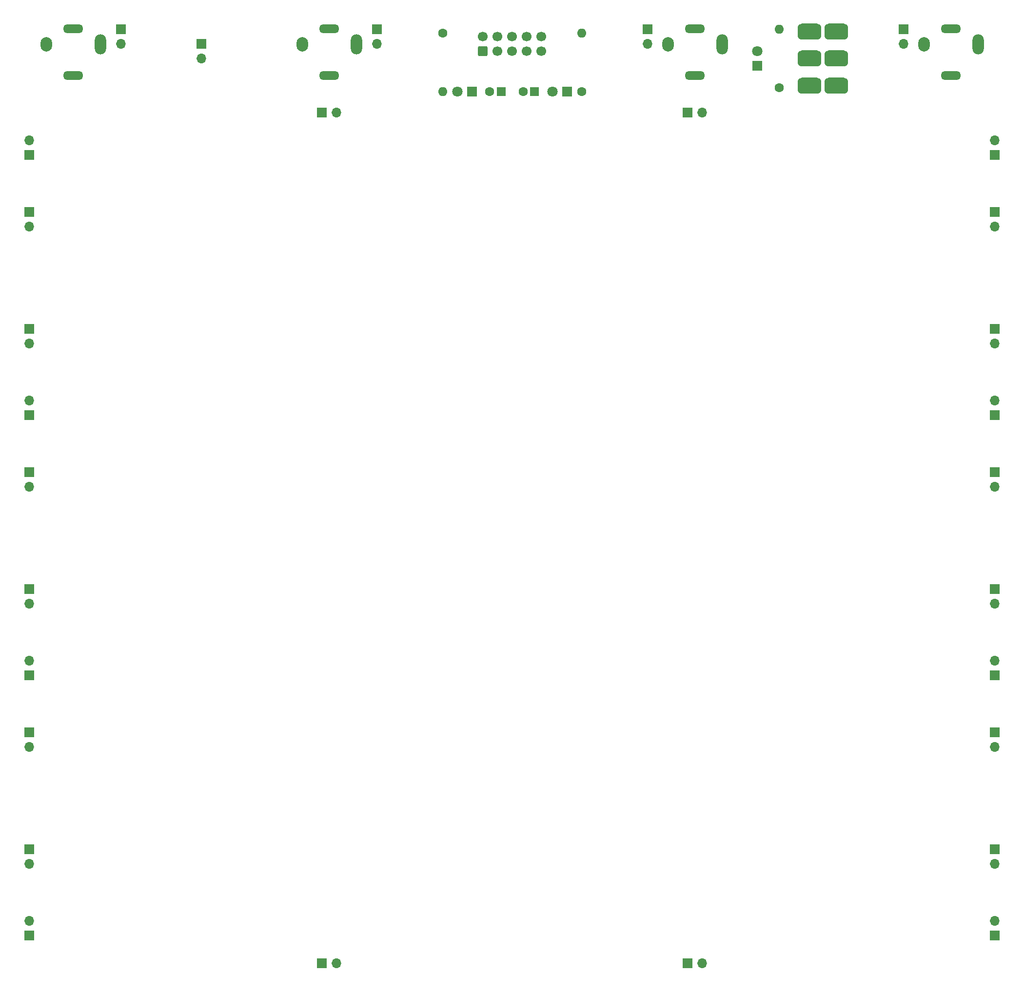
<source format=gbr>
%TF.GenerationSoftware,KiCad,Pcbnew,7.0.10-7.0.10~ubuntu22.04.1*%
%TF.CreationDate,2024-01-14T18:59:59-05:00*%
%TF.ProjectId,euro_3x,6575726f-5f33-4782-9e6b-696361645f70,rev?*%
%TF.SameCoordinates,Original*%
%TF.FileFunction,Soldermask,Top*%
%TF.FilePolarity,Negative*%
%FSLAX46Y46*%
G04 Gerber Fmt 4.6, Leading zero omitted, Abs format (unit mm)*
G04 Created by KiCad (PCBNEW 7.0.10-7.0.10~ubuntu22.04.1) date 2024-01-14 18:59:59*
%MOMM*%
%LPD*%
G01*
G04 APERTURE LIST*
G04 Aperture macros list*
%AMRoundRect*
0 Rectangle with rounded corners*
0 $1 Rounding radius*
0 $2 $3 $4 $5 $6 $7 $8 $9 X,Y pos of 4 corners*
0 Add a 4 corners polygon primitive as box body*
4,1,4,$2,$3,$4,$5,$6,$7,$8,$9,$2,$3,0*
0 Add four circle primitives for the rounded corners*
1,1,$1+$1,$2,$3*
1,1,$1+$1,$4,$5*
1,1,$1+$1,$6,$7*
1,1,$1+$1,$8,$9*
0 Add four rect primitives between the rounded corners*
20,1,$1+$1,$2,$3,$4,$5,0*
20,1,$1+$1,$4,$5,$6,$7,0*
20,1,$1+$1,$6,$7,$8,$9,0*
20,1,$1+$1,$8,$9,$2,$3,0*%
G04 Aperture macros list end*
%ADD10R,1.700000X1.700000*%
%ADD11O,1.700000X1.700000*%
%ADD12R,1.600000X1.600000*%
%ADD13C,1.600000*%
%ADD14R,1.800000X1.800000*%
%ADD15C,1.800000*%
%ADD16O,2.000000X3.500000*%
%ADD17O,2.000000X2.500000*%
%ADD18O,3.500000X1.500000*%
%ADD19RoundRect,0.250000X0.600000X-0.600000X0.600000X0.600000X-0.600000X0.600000X-0.600000X-0.600000X0*%
%ADD20C,1.700000*%
%ADD21RoundRect,0.698500X-1.333500X-0.698500X1.333500X-0.698500X1.333500X0.698500X-1.333500X0.698500X0*%
%ADD22O,1.600000X1.600000*%
G04 APERTURE END LIST*
D10*
%TO.C,J9*%
X68580000Y-100076000D03*
D11*
X68580000Y-97536000D03*
%TD*%
D10*
%TO.C,J23*%
X119380000Y-195326000D03*
D11*
X121920000Y-195326000D03*
%TD*%
D10*
%TO.C,J13*%
X236220000Y-85090000D03*
D11*
X236220000Y-87630000D03*
%TD*%
D10*
%TO.C,J7*%
X236220000Y-100076000D03*
D11*
X236220000Y-97536000D03*
%TD*%
D10*
%TO.C,JP1*%
X84455000Y-33020000D03*
D11*
X84455000Y-35560000D03*
%TD*%
D10*
%TO.C,JP2*%
X220345000Y-33020000D03*
D11*
X220345000Y-35560000D03*
%TD*%
D12*
%TO.C,C2*%
X150495000Y-43815000D03*
D13*
X148495000Y-43815000D03*
%TD*%
D10*
%TO.C,JP4*%
X175895000Y-33020000D03*
D11*
X175895000Y-35560000D03*
%TD*%
D10*
%TO.C,J31*%
X236220000Y-190500000D03*
D11*
X236220000Y-187960000D03*
%TD*%
D10*
%TO.C,J14*%
X119380000Y-47498000D03*
D11*
X121920000Y-47498000D03*
%TD*%
D14*
%TO.C,D3*%
X194945000Y-39370000D03*
D15*
X194945000Y-36830000D03*
%TD*%
D10*
%TO.C,J32*%
X68580000Y-190500000D03*
D11*
X68580000Y-187960000D03*
%TD*%
D10*
%TO.C,J24*%
X182880000Y-195326000D03*
D11*
X185420000Y-195326000D03*
%TD*%
D10*
%TO.C,J21*%
X68580000Y-109982000D03*
D11*
X68580000Y-112522000D03*
%TD*%
D10*
%TO.C,J22*%
X68580000Y-130302000D03*
D11*
X68580000Y-132842000D03*
%TD*%
D10*
%TO.C,JP3*%
X128905000Y-33020000D03*
D11*
X128905000Y-35560000D03*
%TD*%
D16*
%TO.C,J3*%
X233300000Y-35595000D03*
D17*
X223900000Y-35595000D03*
D18*
X228600000Y-40995000D03*
X228600000Y-32895000D03*
%TD*%
D10*
%TO.C,J8*%
X68580000Y-54864000D03*
D11*
X68580000Y-52324000D03*
%TD*%
D19*
%TO.C,J1*%
X147320000Y-36830000D03*
D20*
X147320000Y-34290000D03*
X149860000Y-36830000D03*
X149860000Y-34290000D03*
X152400000Y-36830000D03*
X152400000Y-34290000D03*
X154940000Y-36830000D03*
X154940000Y-34290000D03*
X157480000Y-36830000D03*
X157480000Y-34290000D03*
%TD*%
D14*
%TO.C,D2*%
X145415000Y-43815000D03*
D15*
X142875000Y-43815000D03*
%TD*%
D16*
%TO.C,J5*%
X188850000Y-35595000D03*
D17*
X179450000Y-35595000D03*
D18*
X184150000Y-40995000D03*
X184150000Y-32895000D03*
%TD*%
D21*
%TO.C,SW1*%
X204025500Y-33401000D03*
X204025500Y-38100000D03*
X204025500Y-42799000D03*
X208724500Y-33401000D03*
X208724500Y-38100000D03*
X208724500Y-42799000D03*
%TD*%
D16*
%TO.C,J2*%
X80900000Y-35595000D03*
D17*
X71500000Y-35595000D03*
D18*
X76200000Y-40995000D03*
X76200000Y-32895000D03*
%TD*%
D16*
%TO.C,J4*%
X125350000Y-35595000D03*
D17*
X115950000Y-35595000D03*
D18*
X120650000Y-40995000D03*
X120650000Y-32895000D03*
%TD*%
D10*
%TO.C,J12*%
X68580000Y-85090000D03*
D11*
X68580000Y-87630000D03*
%TD*%
D14*
%TO.C,D1*%
X161925000Y-43815000D03*
D15*
X159385000Y-43815000D03*
%TD*%
D10*
%TO.C,J17*%
X236220000Y-130302000D03*
D11*
X236220000Y-132842000D03*
%TD*%
D10*
%TO.C,J19*%
X236220000Y-145288000D03*
D11*
X236220000Y-142748000D03*
%TD*%
D10*
%TO.C,J27*%
X68580000Y-155194000D03*
D11*
X68580000Y-157734000D03*
%TD*%
D10*
%TO.C,J20*%
X68580000Y-145288000D03*
D11*
X68580000Y-142748000D03*
%TD*%
D10*
%TO.C,J30*%
X68580000Y-175514000D03*
D11*
X68580000Y-178054000D03*
%TD*%
D10*
%TO.C,J6*%
X236220000Y-54864000D03*
D11*
X236220000Y-52324000D03*
%TD*%
D10*
%TO.C,J18*%
X98425000Y-35560000D03*
D11*
X98425000Y-38100000D03*
%TD*%
D10*
%TO.C,J28*%
X236220000Y-155194000D03*
D11*
X236220000Y-157734000D03*
%TD*%
D13*
%TO.C,R3*%
X198755000Y-43180000D03*
D22*
X198755000Y-33020000D03*
%TD*%
D10*
%TO.C,J15*%
X182900000Y-47498000D03*
D11*
X185440000Y-47498000D03*
%TD*%
D12*
%TO.C,C1*%
X156305000Y-43815000D03*
D13*
X154305000Y-43815000D03*
%TD*%
D10*
%TO.C,J11*%
X236220000Y-64770000D03*
D11*
X236220000Y-67310000D03*
%TD*%
D10*
%TO.C,J16*%
X236220000Y-109982000D03*
D11*
X236220000Y-112522000D03*
%TD*%
D10*
%TO.C,J10*%
X68580000Y-64770000D03*
D11*
X68580000Y-67310000D03*
%TD*%
D13*
%TO.C,R1*%
X164465000Y-43815000D03*
D22*
X164465000Y-33655000D03*
%TD*%
D10*
%TO.C,J29*%
X236220000Y-175514000D03*
D11*
X236220000Y-178054000D03*
%TD*%
D13*
%TO.C,R2*%
X140335000Y-33655000D03*
D22*
X140335000Y-43815000D03*
%TD*%
M02*

</source>
